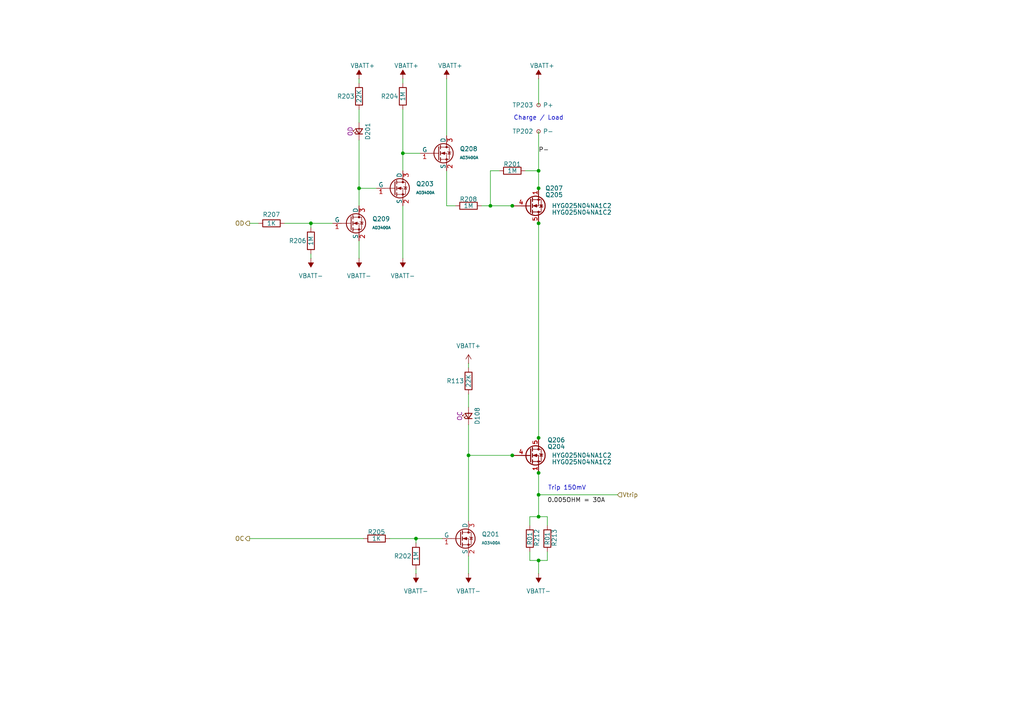
<source format=kicad_sch>
(kicad_sch (version 20250114) (generator "eeschema") (generator_version "9.0")
  (paper "A4")
  (title_block (title "BMS S6") (date "2025-10-04") (rev "1.0") (company "NicE Engineering"))
  (lib_symbols
    (symbol "Connector:TestPoint_Small" (pin_numbers (hide yes)) (pin_names (offset 0.762) (hide yes))
      (property "Reference" "TP" (at 0 3.81 0))
      (property "Value" "TestPoint_Small" (at 0 2.032 0))
      (symbol "TestPoint_Small_0_1"
        (circle (center 0 0) (radius 0.508))
      )
      (symbol "TestPoint_Small_1_1"
        (pin passive line (at 0 0 90) (length 0) (name "1") (number "1"))
      )
    )
    (symbol "Device:LED_Small" (pin_numbers (hide yes)) (pin_names (offset 0.254) (hide yes))
      (property "Reference" "D" (at -1.27 3.175 0))
      (property "Value" "LED_Small" (at -4.445 -2.54 0))
      (symbol "LED_Small_0_1"
        (polyline (pts (xy -0.762 -1.016) (xy -0.762 1.016)) (stroke (width 0.254)))
        (polyline (pts (xy 0 0.762) (xy -0.508 1.27) (xy -0.254 1.27) (xy -0.508 1.27) (xy -0.508 1.016)))
        (polyline (pts (xy 0.508 1.27) (xy 0 1.778) (xy 0.254 1.778) (xy 0 1.778) (xy 0 1.524)))
        (polyline (pts (xy 0.762 -1.016) (xy -0.762 0) (xy 0.762 1.016) (xy 0.762 -1.016)) (stroke (width 0.254)))
        (polyline (pts (xy 1.016 0) (xy -0.762 0)))
      )
      (symbol "LED_Small_1_1"
        (pin passive line (at -2.54 0 0) (length 1.778) (name "K") (number "1"))
        (pin passive line (at 2.54 0 180) (length 1.778) (name "A") (number "2"))
      )
    )
    (symbol "Device:R" (pin_numbers (hide yes)) (pin_names (offset 0))
      (property "Reference" "R" (at 2.032 0 90))
      (property "Value" "R" (at 0 0 90))
      (symbol "R_0_1"
        (rectangle (start -1.016 -2.54) (end 1.016 2.54) (stroke (width 0.254)))
      )
      (symbol "R_1_1"
        (pin passive line (at 0 3.81 270) (length 1.27) (name "~") (number "1"))
        (pin passive line (at 0 -3.81 90) (length 1.27) (name "~") (number "2"))
      )
    )
    (symbol "PCM_JLCPCB-Transistors:NMOS,AO3400A" (pin_names (offset 0))
      (property "Reference" "Q" (at 4.8514 0.834 0))
      (property "Value" "AO3400A" (at 4.8514 -1.2122 0))
      (symbol "NMOS,AO3400A_0_1"
        (polyline (pts (xy 0.254 1.905) (xy 0.254 -1.905)) (stroke (width 0.254)))
        (polyline (pts (xy 0.254 0) (xy -2.54 0)))
        (polyline (pts (xy 0.762 2.286) (xy 0.762 1.27)) (stroke (width 0.254)))
        (polyline (pts (xy 0.762 0.508) (xy 0.762 -0.508)) (stroke (width 0.254)))
        (polyline (pts (xy 0.762 -1.27) (xy 0.762 -2.286)) (stroke (width 0.254)))
        (polyline (pts (xy 0.762 -1.778) (xy 3.302 -1.778) (xy 3.302 1.778) (xy 0.762 1.778)))
        (polyline (pts (xy 1.016 0) (xy 2.032 0.381) (xy 2.032 -0.381) (xy 1.016 0)) (fill (type outline)))
        (circle (center 1.651 0) (radius 2.794) (stroke (width 0.254)))
        (polyline (pts (xy 2.54 2.54) (xy 2.54 1.778)))
        (circle (center 2.54 1.778) (radius 0.254) (fill (type outline)))
        (circle (center 2.54 -1.778) (radius 0.254) (fill (type outline)))
        (polyline (pts (xy 2.54 -2.54) (xy 2.54 0) (xy 0.762 0)))
        (polyline (pts (xy 2.794 0.508) (xy 2.921 0.381) (xy 3.683 0.381) (xy 3.81 0.254)))
        (polyline (pts (xy 3.302 0.381) (xy 2.921 -0.254) (xy 3.683 -0.254) (xy 3.302 0.381)))
      )
      (symbol "NMOS,AO3400A_1_1"
        (pin input line (at -5.08 0 0) (length 2.54) (name "G") (number "1"))
        (pin passive line (at 2.54 5.08 270) (length 2.54) (name "D") (number "3"))
        (pin passive line (at 2.54 -5.08 90) (length 2.54) (name "S") (number "2"))
      )
    )
    (symbol "Transistor_FET:BSC082N10LSG" (pin_names (offset 0) (hide yes))
      (property "Reference" "Q" (at 5.08 1.905 0))
      (property "Value" "BSC082N10LSG" (at 5.08 0 0))
      (symbol "BSC082N10LSG_0_1"
        (polyline (pts (xy 0.254 1.905) (xy 0.254 -1.905)) (stroke (width 0.254)))
        (polyline (pts (xy 0.254 0) (xy -2.54 0)))
        (polyline (pts (xy 0.762 2.286) (xy 0.762 1.27)) (stroke (width 0.254)))
        (polyline (pts (xy 0.762 0.508) (xy 0.762 -0.508)) (stroke (width 0.254)))
        (polyline (pts (xy 0.762 -1.27) (xy 0.762 -2.286)) (stroke (width 0.254)))
        (polyline (pts (xy 0.762 -1.778) (xy 3.302 -1.778) (xy 3.302 1.778) (xy 0.762 1.778)))
        (polyline (pts (xy 1.016 0) (xy 2.032 0.381) (xy 2.032 -0.381) (xy 1.016 0)) (fill (type outline)))
        (circle (center 1.651 0) (radius 2.794) (stroke (width 0.254)))
        (polyline (pts (xy 2.54 2.54) (xy 2.54 1.778)))
        (circle (center 2.54 1.778) (radius 0.254) (fill (type outline)))
        (circle (center 2.54 -1.778) (radius 0.254) (fill (type outline)))
        (polyline (pts (xy 2.54 -2.54) (xy 2.54 0) (xy 0.762 0)))
        (polyline (pts (xy 2.794 0.508) (xy 2.921 0.381) (xy 3.683 0.381) (xy 3.81 0.254)))
        (polyline (pts (xy 3.302 0.381) (xy 2.921 -0.254) (xy 3.683 -0.254) (xy 3.302 0.381)))
      )
      (symbol "BSC082N10LSG_1_1"
        (pin input line (at -5.08 0 0) (length 5.08) (name "G") (number "4"))
        (pin passive line (at 2.54 5.08 270) (length 2.54) (name "D") (number "5"))
        (pin passive line (at 2.54 -5.08 90) (length 2.54) (name "S") (number "1"))
        (pin passive line (at 2.54 -5.08 90) (length 2.54) (hide yes) (name "S") (number "2"))
        (pin passive line (at 2.54 -5.08 90) (length 2.54) (hide yes) (name "S") (number "3"))
      )
    )
    (symbol "power:VDD" (power) (pin_numbers (hide yes)) (pin_names (offset 0) (hide yes))
      (property "Value" "VDD" (at 0 3.556 0))
      (symbol "VDD_0_1"
        (polyline (pts (xy -0.762 1.27) (xy 0 2.54)))
        (polyline (pts (xy 0 2.54) (xy 0.762 1.27)))
        (polyline (pts (xy 0 0) (xy 0 2.54)))
      )
      (symbol "VDD_1_1"
        (pin power_in line (at 0 0 90) (length 0) (name "~") (number "1"))
      )
    )
    (symbol "power:VSS" (power) (pin_numbers (hide yes)) (pin_names (offset 0) (hide yes))
      (property "Value" "VSS" (at 0 3.556 0))
      (symbol "VSS_0_1"
        (polyline (pts (xy 0 0) (xy 0 2.54)))
        (polyline (pts (xy 0.762 1.27) (xy -0.762 1.27) (xy 0 2.54) (xy 0.762 1.27)) (fill (type outline)))
      )
      (symbol "VSS_1_1"
        (pin power_in line (at 0 0 90) (length 0) (name "~") (number "1"))
      )
    )
  )
  (text "Charge / Load" (at 156.21 34.29 0) (effects (font (size 1.27 1.27))))
  (text "Trip 150mV" (at 164.465 141.605 0) (effects (font (size 1.27 1.27))))
  (junction (at 142.24 59.69))
  (junction (at 156.21 54.61))
  (junction (at 156.21 149.86))
  (junction (at 116.84 44.45))
  (junction (at 156.21 137.16))
  (junction (at 104.14 54.61))
  (junction (at 148.59 132.08))
  (junction (at 90.17 64.77))
  (junction (at 156.21 49.53))
  (junction (at 156.21 162.56))
  (junction (at 156.21 64.77))
  (junction (at 135.89 132.08))
  (junction (at 156.21 143.51))
  (junction (at 120.65 156.21))
  (junction (at 148.59 59.69))
  (junction (at 156.21 127))
  (wire (pts (xy 156.21 162.56) (xy 158.75 162.56)))
  (wire (pts (xy 116.84 49.53) (xy 116.84 44.45)))
  (wire (pts (xy 153.67 152.4) (xy 153.67 149.86)))
  (wire (pts (xy 129.54 59.69) (xy 132.08 59.69)))
  (wire (pts (xy 156.21 143.51) (xy 156.21 149.86)))
  (wire (pts (xy 72.39 64.77) (xy 74.93 64.77)))
  (wire (pts (xy 104.14 40.64) (xy 104.14 54.61)))
  (wire (pts (xy 156.21 54.61) (xy 156.21 55.88)))
  (wire (pts (xy 158.75 162.56) (xy 158.75 160.02)))
  (wire (pts (xy 156.21 137.16) (xy 156.21 143.51)))
  (wire (pts (xy 144.78 49.53) (xy 142.24 49.53)))
  (wire (pts (xy 116.84 22.86) (xy 116.84 24.13)))
  (wire (pts (xy 104.14 69.85) (xy 104.14 74.93)))
  (wire (pts (xy 104.14 54.61) (xy 109.22 54.61)))
  (wire (pts (xy 120.65 156.21) (xy 128.27 156.21)))
  (wire (pts (xy 179.07 143.51) (xy 156.21 143.51)))
  (wire (pts (xy 120.65 157.48) (xy 120.65 156.21)))
  (wire (pts (xy 135.89 114.3) (xy 135.89 118.11)))
  (wire (pts (xy 153.67 149.86) (xy 156.21 149.86)))
  (wire (pts (xy 104.14 31.75) (xy 104.14 35.56)))
  (wire (pts (xy 116.84 74.93) (xy 116.84 59.69)))
  (wire (pts (xy 158.75 149.86) (xy 158.75 152.4)))
  (wire (pts (xy 129.54 22.86) (xy 129.54 39.37)))
  (wire (pts (xy 139.7 59.69) (xy 142.24 59.69)))
  (wire (pts (xy 135.89 132.08) (xy 148.59 132.08)))
  (wire (pts (xy 116.84 44.45) (xy 121.92 44.45)))
  (wire (pts (xy 156.21 149.86) (xy 158.75 149.86)))
  (wire (pts (xy 116.84 31.75) (xy 116.84 44.45)))
  (wire (pts (xy 113.03 156.21) (xy 120.65 156.21)))
  (wire (pts (xy 90.17 73.66) (xy 90.17 74.93)))
  (wire (pts (xy 152.4 49.53) (xy 156.21 49.53)))
  (wire (pts (xy 135.89 132.08) (xy 135.89 151.13)))
  (wire (pts (xy 156.21 49.53) (xy 156.21 54.61)))
  (wire (pts (xy 156.21 64.77) (xy 156.21 127)))
  (wire (pts (xy 90.17 66.04) (xy 90.17 64.77)))
  (wire (pts (xy 142.24 49.53) (xy 142.24 59.69)))
  (wire (pts (xy 90.17 64.77) (xy 96.52 64.77)))
  (wire (pts (xy 153.67 162.56) (xy 153.67 160.02)))
  (wire (pts (xy 142.24 59.69) (xy 148.59 59.69)))
  (wire (pts (xy 104.14 22.86) (xy 104.14 24.13)))
  (wire (pts (xy 156.21 166.37) (xy 156.21 162.56)))
  (wire (pts (xy 129.54 59.69) (xy 129.54 49.53)))
  (wire (pts (xy 156.21 30.48) (xy 156.21 22.86)))
  (wire (pts (xy 135.89 123.19) (xy 135.89 132.08)))
  (wire (pts (xy 82.55 64.77) (xy 90.17 64.77)))
  (wire (pts (xy 135.89 105.41) (xy 135.89 106.68)))
  (wire (pts (xy 120.65 165.1) (xy 120.65 166.37)))
  (wire (pts (xy 104.14 54.61) (xy 104.14 59.69)))
  (wire (pts (xy 153.67 162.56) (xy 156.21 162.56)))
  (wire (pts (xy 156.21 38.1) (xy 156.21 49.53)))
  (wire (pts (xy 72.39 156.21) (xy 105.41 156.21)))
  (wire (pts (xy 135.89 166.37) (xy 135.89 161.29)))
  (label "0.005OHM = 30A" (at 158.75 146.05 0))
  (label "P-" (at 156.21 44.45 0))
  (hierarchical_label "OC" (shape output) (at 72.39 156.21 180))
  (hierarchical_label "Vtrip" (shape input) (at 179.07 143.51 0))
  (hierarchical_label "OD" (shape output) (at 72.39 64.77 180))
  (symbol (lib_id "Transistor_FET:BSC082N10LSG") (at 153.67 132.08 0) (unit 1)
    (property "Reference" "Q206" (at 158.75 127.635 0) (effects (justify left)))
    (property "Value" "HYG025N04NA1C2" (at 160.02 133.985 0) (effects (justify left)))
    (property "Footprint" "Package_DFN_QFN:PQFN-8-EP_6x5mm_P1.27mm_Generic" (effects (hide yes)))
    (property "Datasheet" "https://www.lcsc.com/datasheet/C2917677.pdf" (effects (hide yes)))
    (property "LCSC" "C2917677" (effects (hide yes)))
  )
  (symbol (lib_id "Device:R") (at 120.65 161.29 180) (unit 1)
    (property "Reference" "R202" (at 119.38 161.29 0) (effects (justify left)))
    (property "Value" "1M" (at 120.65 161.29 90))
    (property "Footprint" "A_Device:R_0603" (effects (hide yes)))
    (property "LCSC" "C22935" (effects (hide yes)))
  )
  (symbol (lib_id "Connector:TestPoint_Small") (at 156.21 38.1 0) (mirror x) (unit 1)
    (property "Reference" "TP202" (at 148.59 38.1 0) (effects (justify left)))
    (property "Value" "P-" (at 157.48 38.1 0) (effects (justify left)))
    (property "Footprint" "A_Misc:TestPad_7x8" (effects (hide yes)))
    (property "Description" "test point" (effects (hide yes)))
  )
  (symbol (lib_id "power:VSS") (at 104.14 74.93 0) (mirror x) (unit 1)
    (property "Reference" "#PWR0212" (effects (hide yes)))
    (property "Value" "VBATT-" (at 104.14 80.01 0))
    (property "Description" "Power symbol creates a global label with name \"VSS\"" (effects (hide yes)))
  )
  (symbol (lib_id "power:VDD") (at 135.89 105.41 0) (unit 1)
    (property "Reference" "#PWR0214" (effects (hide yes)))
    (property "Value" "VBATT+" (at 135.89 100.33 0))
    (property "Description" "Power symbol creates a global label with name \"VDD\"" (effects (hide yes)))
  )
  (symbol (lib_id "Device:R") (at 104.14 27.94 180) (unit 1)
    (property "Reference" "R203" (at 102.87 27.94 0) (effects (justify left)))
    (property "Value" "22K" (at 104.14 27.94 90))
    (property "Footprint" "A_Device:R_0603" (effects (hide yes)))
    (property "LCSC" "C31850" (effects (hide yes)))
  )
  (symbol (lib_id "power:VSS") (at 116.84 74.93 0) (mirror x) (unit 1)
    (property "Reference" "#PWR0210" (effects (hide yes)))
    (property "Value" "VBATT-" (at 116.84 80.01 0))
    (property "Description" "Power symbol creates a global label with name \"VSS\"" (effects (hide yes)))
  )
  (symbol (lib_id "power:VSS") (at 135.89 166.37 180) (unit 1)
    (property "Reference" "#PWR0202" (effects (hide yes)))
    (property "Value" "VBATT-" (at 135.89 171.45 0))
    (property "Description" "Power symbol creates a global label with name \"VSS\"" (effects (hide yes)))
  )
  (symbol (lib_id "power:VSS") (at 120.65 166.37 0) (mirror x) (unit 1)
    (property "Reference" "#PWR0206" (effects (hide yes)))
    (property "Value" "VBATT-" (at 120.65 171.45 0))
    (property "Description" "Power symbol creates a global label with name \"VSS\"" (effects (hide yes)))
  )
  (symbol (lib_id "Device:R") (at 148.59 49.53 90) (unit 1)
    (property "Reference" "R201" (at 151.13 47.625 90) (effects (justify left)))
    (property "Value" "1M" (at 148.59 49.53 90))
    (property "Footprint" "A_Device:R_0603" (effects (hide yes)))
    (property "LCSC" "C22935" (effects (hide yes)))
  )
  (symbol (lib_id "Device:R") (at 153.67 156.21 0) (mirror x) (unit 1)
    (property "Reference" "R212" (at 155.702 153.416 90) (effects (justify left)))
    (property "Value" "R01" (at 153.67 156.21 90))
    (property "Footprint" "Resistor_SMD:R_2512_6332Metric_Pad1.40x3.35mm_HandSolder" (effects (hide yes)))
    (property "LCSC" "C3013385" (effects (hide yes)))
  )
  (symbol (lib_id "Device:R") (at 78.74 64.77 90) (unit 1)
    (property "Reference" "R207" (at 81.28 62.23 90) (effects (justify left)))
    (property "Value" "1K" (at 78.74 64.77 90))
    (property "Footprint" "A_Device:R_0603" (effects (hide yes)))
    (property "LCSC" "C21190" (effects (hide yes)))
  )
  (symbol (lib_id "PCM_JLCPCB-Transistors:NMOS,AO3400A") (at 114.3 54.61 0) (unit 1)
    (property "Reference" "Q203" (at 120.65 53.3399 0) (effects (justify left)))
    (property "Value" "AO3400A" (at 120.65 55.88 0) (effects (font (size 0.8 0.8)) (justify left)))
    (property "Footprint" "PCM_JLCPCB:Q_SOT-23" (effects (hide yes)))
    (property "Datasheet" "https://www.lcsc.com/datasheet/lcsc_datasheet_1811081213_Alpha---Omega-Semicon-AO3400A_C20917.pdf" (effects (hide yes)))
    (property "Description" "30V 5.7A 26.5mΩ@10V,5.7A 1.4W 1.5V@250uA 1 N-Channel SOT-23-3L MOSFETs ROHS" (effects (hide yes)))
    (property "LCSC" "C20917" (effects (hide yes)))
    (property "Stock" "463122" (effects (hide yes)))
    (property "Price" "0.074USD" (effects (hide yes)))
    (property "Process" "SMT" (effects (hide yes)))
    (property "Minimum Qty" "5" (effects (hide yes)))
    (property "Attrition Qty" "4" (effects (hide yes)))
    (property "Class" "Basic Component" (effects (hide yes)))
    (property "Category" "Transistors,MOSFETs" (effects (hide yes)))
    (property "Manufacturer" "Alpha & Omega Semicon" (effects (hide yes)))
    (property "Part" "AO3400A" (effects (hide yes)))
    (property "Continuous Drain Current (Id)" "5.7A" (effects (hide yes)))
    (property "Input Capacitance (Ciss@Vds)" "630pF@15V" (effects (hide yes)))
    (property "Operating Temperature" "-55°C~+150°C@(Tj)" (effects (hide yes)))
    (property "Type" "1 N-channel" (effects (hide yes)))
    (property "Drain Source Voltage (Vdss)" "30V" (effects (hide yes)))
    (property "Power Dissipation (Pd)" "1.4W" (effects (hide yes)))
    (property "Gate Threshold Voltage (Vgs(th)@Id)" "1.5V@250uA" (effects (hide yes)))
    (property "Drain Source On Resistance (RDS(on)@Vgs,Id)" "26.5mΩ@10V,5.7A" (effects (hide yes)))
    (property "Total Gate Charge (Qg@Vgs)" "7nC@4.5V" (effects (hide yes)))
  )
  (symbol (lib_id "Device:LED_Small") (at 104.14 38.1 90) (unit 1)
    (property "Reference" "D201" (at 106.68 38.1 0))
    (property "Value" "RED" (effects (hide yes)))
    (property "Footprint" "A_Device:LED_0603" (effects (hide yes)))
    (property "Datasheet" "https://datasheet.lcsc.com/szlcsc/Hubei-KENTO-Elec-KT-0603R_C2286.pdf" (effects (hide yes)))
    (property "Description" "OD" (at 101.6 38.1 0))
    (property "LCSC" "C2286" (effects (hide yes)))
  )
  (symbol (lib_id "power:VSS") (at 104.14 22.86 0) (unit 1)
    (property "Reference" "#PWR0201" (effects (hide yes)))
    (property "Value" "VBATT+" (at 101.6 19.05 0) (effects (justify left)))
    (property "Description" "Power symbol creates a global label with name \"VSS\"" (effects (hide yes)))
  )
  (symbol (lib_id "Transistor_FET:BSC082N10LSG") (at 153.67 59.69 0) (mirror x) (unit 1)
    (property "Reference" "Q207" (at 158.115 54.61 0) (effects (justify left)))
    (property "Value" "HYG025N04NA1C2" (at 160.02 61.595 0) (effects (justify left)))
    (property "Footprint" "Package_DFN_QFN:PQFN-8-EP_6x5mm_P1.27mm_Generic" (effects (hide yes)))
    (property "LCSC" "C2917677" (effects (hide yes)))
  )
  (symbol (lib_id "PCM_JLCPCB-Transistors:NMOS,AO3400A") (at 133.35 156.21 0) (unit 1)
    (property "Reference" "Q201" (at 139.7 154.9399 0) (effects (justify left)))
    (property "Value" "AO3400A" (at 139.7 157.48 0) (effects (font (size 0.8 0.8)) (justify left)))
    (property "Footprint" "PCM_JLCPCB:Q_SOT-23" (effects (hide yes)))
    (property "Datasheet" "https://www.lcsc.com/datasheet/lcsc_datasheet_1811081213_Alpha---Omega-Semicon-AO3400A_C20917.pdf" (effects (hide yes)))
    (property "Description" "30V 5.7A 26.5mΩ@10V,5.7A 1.4W 1.5V@250uA 1 N-Channel SOT-23-3L MOSFETs ROHS" (effects (hide yes)))
    (property "LCSC" "C20917" (effects (hide yes)))
    (property "Stock" "463122" (effects (hide yes)))
    (property "Price" "0.074USD" (effects (hide yes)))
    (property "Process" "SMT" (effects (hide yes)))
    (property "Minimum Qty" "5" (effects (hide yes)))
    (property "Attrition Qty" "4" (effects (hide yes)))
    (property "Class" "Basic Component" (effects (hide yes)))
    (property "Category" "Transistors,MOSFETs" (effects (hide yes)))
    (property "Manufacturer" "Alpha & Omega Semicon" (effects (hide yes)))
    (property "Part" "AO3400A" (effects (hide yes)))
    (property "Continuous Drain Current (Id)" "5.7A" (effects (hide yes)))
    (property "Input Capacitance (Ciss@Vds)" "630pF@15V" (effects (hide yes)))
    (property "Operating Temperature" "-55°C~+150°C@(Tj)" (effects (hide yes)))
    (property "Type" "1 N-channel" (effects (hide yes)))
    (property "Drain Source Voltage (Vdss)" "30V" (effects (hide yes)))
    (property "Power Dissipation (Pd)" "1.4W" (effects (hide yes)))
    (property "Gate Threshold Voltage (Vgs(th)@Id)" "1.5V@250uA" (effects (hide yes)))
    (property "Drain Source On Resistance (RDS(on)@Vgs,Id)" "26.5mΩ@10V,5.7A" (effects (hide yes)))
    (property "Total Gate Charge (Qg@Vgs)" "7nC@4.5V" (effects (hide yes)))
  )
  (symbol (lib_id "Transistor_FET:BSC082N10LSG") (at 153.67 59.69 0) (mirror x) (unit 1)
    (property "Reference" "Q205" (at 158.115 56.515 0) (effects (justify left)))
    (property "Value" "HYG025N04NA1C2" (at 160.02 59.69 0) (effects (justify left)))
    (property "Footprint" "Package_DFN_QFN:PQFN-8-EP_6x5mm_P1.27mm_Generic" (effects (hide yes)))
    (property "LCSC" "C2917677" (effects (hide yes)))
  )
  (symbol (lib_id "power:VSS") (at 156.21 166.37 0) (mirror x) (unit 1)
    (property "Reference" "#PWR0205" (effects (hide yes)))
    (property "Value" "VBATT-" (at 156.21 171.45 0))
    (property "Description" "Power symbol creates a global label with name \"VSS\"" (effects (hide yes)))
  )
  (symbol (lib_id "power:VSS") (at 156.21 22.86 0) (unit 1)
    (property "Reference" "#PWR0204" (effects (hide yes)))
    (property "Value" "VBATT+" (at 153.67 19.05 0) (effects (justify left)))
    (property "Description" "Power symbol creates a global label with name \"VSS\"" (effects (hide yes)))
  )
  (symbol (lib_id "PCM_JLCPCB-Transistors:NMOS,AO3400A") (at 101.6 64.77 0) (unit 1)
    (property "Reference" "Q209" (at 107.95 63.4999 0) (effects (justify left)))
    (property "Value" "AO3400A" (at 107.95 66.04 0) (effects (font (size 0.8 0.8)) (justify left)))
    (property "Footprint" "PCM_JLCPCB:Q_SOT-23" (effects (hide yes)))
    (property "Datasheet" "https://www.lcsc.com/datasheet/lcsc_datasheet_1811081213_Alpha---Omega-Semicon-AO3400A_C20917.pdf" (effects (hide yes)))
    (property "Description" "30V 5.7A 26.5mΩ@10V,5.7A 1.4W 1.5V@250uA 1 N-Channel SOT-23-3L MOSFETs ROHS" (effects (hide yes)))
    (property "LCSC" "C20917" (effects (hide yes)))
    (property "Stock" "463122" (effects (hide yes)))
    (property "Price" "0.074USD" (effects (hide yes)))
    (property "Process" "SMT" (effects (hide yes)))
    (property "Minimum Qty" "5" (effects (hide yes)))
    (property "Attrition Qty" "4" (effects (hide yes)))
    (property "Class" "Basic Component" (effects (hide yes)))
    (property "Category" "Transistors,MOSFETs" (effects (hide yes)))
    (property "Manufacturer" "Alpha & Omega Semicon" (effects (hide yes)))
    (property "Part" "AO3400A" (effects (hide yes)))
    (property "Continuous Drain Current (Id)" "5.7A" (effects (hide yes)))
    (property "Input Capacitance (Ciss@Vds)" "630pF@15V" (effects (hide yes)))
    (property "Operating Temperature" "-55°C~+150°C@(Tj)" (effects (hide yes)))
    (property "Type" "1 N-channel" (effects (hide yes)))
    (property "Drain Source Voltage (Vdss)" "30V" (effects (hide yes)))
    (property "Power Dissipation (Pd)" "1.4W" (effects (hide yes)))
    (property "Gate Threshold Voltage (Vgs(th)@Id)" "1.5V@250uA" (effects (hide yes)))
    (property "Drain Source On Resistance (RDS(on)@Vgs,Id)" "26.5mΩ@10V,5.7A" (effects (hide yes)))
    (property "Total Gate Charge (Qg@Vgs)" "7nC@4.5V" (effects (hide yes)))
  )
  (symbol (lib_id "Device:R") (at 116.84 27.94 180) (unit 1)
    (property "Reference" "R204" (at 115.57 27.94 0) (effects (justify left)))
    (property "Value" "1M" (at 116.84 27.94 90))
    (property "Footprint" "A_Device:R_0603" (effects (hide yes)))
    (property "LCSC" "C22935" (effects (hide yes)))
  )
  (symbol (lib_id "Device:R") (at 109.22 156.21 90) (unit 1)
    (property "Reference" "R205" (at 111.76 154.305 90) (effects (justify left)))
    (property "Value" "1K" (at 109.22 156.21 90))
    (property "Footprint" "A_Device:R_0603" (effects (hide yes)))
    (property "LCSC" "C21190" (effects (hide yes)))
  )
  (symbol (lib_id "Device:R") (at 90.17 69.85 180) (unit 1)
    (property "Reference" "R206" (at 88.9 69.85 0) (effects (justify left)))
    (property "Value" "1M" (at 90.17 69.85 90))
    (property "Footprint" "A_Device:R_0603" (effects (hide yes)))
    (property "LCSC" "C22935" (effects (hide yes)))
  )
  (symbol (lib_id "power:VSS") (at 116.84 22.86 0) (unit 1)
    (property "Reference" "#PWR0209" (effects (hide yes)))
    (property "Value" "VBATT+" (at 114.3 19.05 0) (effects (justify left)))
    (property "Description" "Power symbol creates a global label with name \"VSS\"" (effects (hide yes)))
  )
  (symbol (lib_id "Device:R") (at 135.89 59.69 90) (unit 1)
    (property "Reference" "R208" (at 138.43 57.785 90) (effects (justify left)))
    (property "Value" "1M" (at 135.89 59.69 90))
    (property "Footprint" "A_Device:R_0603" (effects (hide yes)))
    (property "LCSC" "C22935" (effects (hide yes)))
  )
  (symbol (lib_id "Transistor_FET:BSC082N10LSG") (at 153.67 132.08 0) (unit 1)
    (property "Reference" "Q204" (at 158.75 129.54 0) (effects (justify left)))
    (property "Value" "HYG025N04NA1C2" (at 160.02 132.08 0) (effects (justify left)))
    (property "Footprint" "Package_DFN_QFN:PQFN-8-EP_6x5mm_P1.27mm_Generic" (effects (hide yes)))
    (property "LCSC" "C2917677" (effects (hide yes)))
  )
  (symbol (lib_id "power:VSS") (at 129.54 22.86 0) (unit 1)
    (property "Reference" "#PWR0203" (effects (hide yes)))
    (property "Value" "VBATT+" (at 127 19.05 0) (effects (justify left)))
    (property "Description" "Power symbol creates a global label with name \"VSS\"" (effects (hide yes)))
  )
  (symbol (lib_id "PCM_JLCPCB-Transistors:NMOS,AO3400A") (at 127 44.45 0) (unit 1)
    (property "Reference" "Q208" (at 133.35 43.1799 0) (effects (justify left)))
    (property "Value" "AO3400A" (at 133.35 45.72 0) (effects (font (size 0.8 0.8)) (justify left)))
    (property "Footprint" "PCM_JLCPCB:Q_SOT-23" (effects (hide yes)))
    (property "Datasheet" "https://www.lcsc.com/datasheet/lcsc_datasheet_1811081213_Alpha---Omega-Semicon-AO3400A_C20917.pdf" (effects (hide yes)))
    (property "Description" "30V 5.7A 26.5mΩ@10V,5.7A 1.4W 1.5V@250uA 1 N-Channel SOT-23-3L MOSFETs ROHS" (effects (hide yes)))
    (property "LCSC" "C20917" (effects (hide yes)))
    (property "Stock" "463122" (effects (hide yes)))
    (property "Price" "0.074USD" (effects (hide yes)))
    (property "Process" "SMT" (effects (hide yes)))
    (property "Minimum Qty" "5" (effects (hide yes)))
    (property "Attrition Qty" "4" (effects (hide yes)))
    (property "Class" "Basic Component" (effects (hide yes)))
    (property "Category" "Transistors,MOSFETs" (effects (hide yes)))
    (property "Manufacturer" "Alpha & Omega Semicon" (effects (hide yes)))
    (property "Part" "AO3400A" (effects (hide yes)))
    (property "Continuous Drain Current (Id)" "5.7A" (effects (hide yes)))
    (property "Input Capacitance (Ciss@Vds)" "630pF@15V" (effects (hide yes)))
    (property "Operating Temperature" "-55°C~+150°C@(Tj)" (effects (hide yes)))
    (property "Type" "1 N-channel" (effects (hide yes)))
    (property "Drain Source Voltage (Vdss)" "30V" (effects (hide yes)))
    (property "Power Dissipation (Pd)" "1.4W" (effects (hide yes)))
    (property "Gate Threshold Voltage (Vgs(th)@Id)" "1.5V@250uA" (effects (hide yes)))
    (property "Drain Source On Resistance (RDS(on)@Vgs,Id)" "26.5mΩ@10V,5.7A" (effects (hide yes)))
    (property "Total Gate Charge (Qg@Vgs)" "7nC@4.5V" (effects (hide yes)))
  )
  (symbol (lib_id "power:VSS") (at 90.17 74.93 0) (mirror x) (unit 1)
    (property "Reference" "#PWR0211" (effects (hide yes)))
    (property "Value" "VBATT-" (at 90.17 80.01 0))
    (property "Description" "Power symbol creates a global label with name \"VSS\"" (effects (hide yes)))
  )
  (symbol (lib_id "Device:LED_Small") (at 135.89 120.65 90) (unit 1)
    (property "Reference" "D108" (at 138.43 120.65 0))
    (property "Value" "RED" (effects (hide yes)))
    (property "Footprint" "A_Device:LED_0603" (effects (hide yes)))
    (property "Datasheet" "https://datasheet.lcsc.com/szlcsc/Hubei-KENTO-Elec-KT-0603R_C2286.pdf" (effects (hide yes)))
    (property "Description" "OC" (at 133.35 120.65 0))
    (property "LCSC" "C2286" (effects (hide yes)))
  )
  (symbol (lib_id "Device:R") (at 158.75 156.21 0) (mirror x) (unit 1)
    (property "Reference" "R213" (at 160.782 153.416 90) (effects (justify left)))
    (property "Value" "R01" (at 158.75 156.21 90))
    (property "Footprint" "Resistor_SMD:R_2512_6332Metric_Pad1.40x3.35mm_HandSolder" (effects (hide yes)))
    (property "LCSC" "C3013385" (effects (hide yes)))
  )
  (symbol (lib_id "Device:R") (at 135.89 110.49 180) (unit 1)
    (property "Reference" "R113" (at 134.62 110.49 0) (effects (justify left)))
    (property "Value" "22K" (at 135.89 110.49 90))
    (property "Footprint" "A_Device:R_0603" (effects (hide yes)))
    (property "LCSC" "C31850" (effects (hide yes)))
  )
  (symbol (lib_id "Connector:TestPoint_Small") (at 156.21 30.48 0) (mirror x) (unit 1)
    (property "Reference" "TP203" (at 148.59 30.48 0) (effects (justify left)))
    (property "Value" "P+" (at 157.48 30.48 0) (effects (justify left)))
    (property "Footprint" "A_Misc:TestPad_7x8" (effects (hide yes)))
    (property "Description" "test point" (effects (hide yes)))
  )
)
</source>
